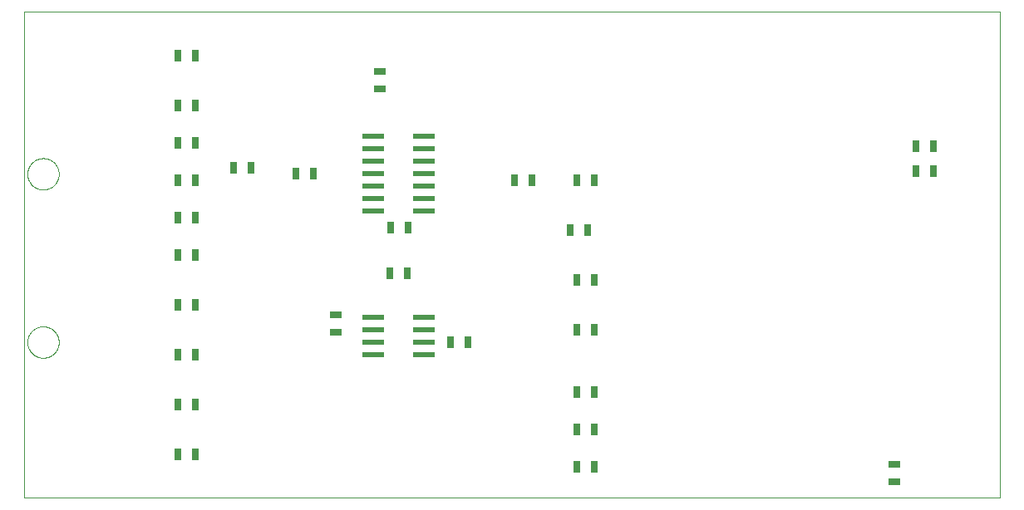
<source format=gbp>
G75*
%MOIN*%
%OFA0B0*%
%FSLAX25Y25*%
%IPPOS*%
%LPD*%
%AMOC8*
5,1,8,0,0,1.08239X$1,22.5*
%
%ADD10C,0.00000*%
%ADD11R,0.03150X0.04724*%
%ADD12R,0.04724X0.03150*%
%ADD13R,0.08661X0.02362*%
D10*
X0002660Y0001000D02*
X0002660Y0195961D01*
X0393861Y0195961D01*
X0393861Y0001000D01*
X0002660Y0001000D01*
X0003861Y0063500D02*
X0003863Y0063658D01*
X0003869Y0063816D01*
X0003879Y0063974D01*
X0003893Y0064132D01*
X0003911Y0064289D01*
X0003932Y0064446D01*
X0003958Y0064602D01*
X0003988Y0064758D01*
X0004021Y0064913D01*
X0004059Y0065066D01*
X0004100Y0065219D01*
X0004145Y0065371D01*
X0004194Y0065522D01*
X0004247Y0065671D01*
X0004303Y0065819D01*
X0004363Y0065965D01*
X0004427Y0066110D01*
X0004495Y0066253D01*
X0004566Y0066395D01*
X0004640Y0066535D01*
X0004718Y0066672D01*
X0004800Y0066808D01*
X0004884Y0066942D01*
X0004973Y0067073D01*
X0005064Y0067202D01*
X0005159Y0067329D01*
X0005256Y0067454D01*
X0005357Y0067576D01*
X0005461Y0067695D01*
X0005568Y0067812D01*
X0005678Y0067926D01*
X0005791Y0068037D01*
X0005906Y0068146D01*
X0006024Y0068251D01*
X0006145Y0068353D01*
X0006268Y0068453D01*
X0006394Y0068549D01*
X0006522Y0068642D01*
X0006652Y0068732D01*
X0006785Y0068818D01*
X0006920Y0068902D01*
X0007056Y0068981D01*
X0007195Y0069058D01*
X0007336Y0069130D01*
X0007478Y0069200D01*
X0007622Y0069265D01*
X0007768Y0069327D01*
X0007915Y0069385D01*
X0008064Y0069440D01*
X0008214Y0069491D01*
X0008365Y0069538D01*
X0008517Y0069581D01*
X0008670Y0069620D01*
X0008825Y0069656D01*
X0008980Y0069687D01*
X0009136Y0069715D01*
X0009292Y0069739D01*
X0009449Y0069759D01*
X0009607Y0069775D01*
X0009764Y0069787D01*
X0009923Y0069795D01*
X0010081Y0069799D01*
X0010239Y0069799D01*
X0010397Y0069795D01*
X0010556Y0069787D01*
X0010713Y0069775D01*
X0010871Y0069759D01*
X0011028Y0069739D01*
X0011184Y0069715D01*
X0011340Y0069687D01*
X0011495Y0069656D01*
X0011650Y0069620D01*
X0011803Y0069581D01*
X0011955Y0069538D01*
X0012106Y0069491D01*
X0012256Y0069440D01*
X0012405Y0069385D01*
X0012552Y0069327D01*
X0012698Y0069265D01*
X0012842Y0069200D01*
X0012984Y0069130D01*
X0013125Y0069058D01*
X0013264Y0068981D01*
X0013400Y0068902D01*
X0013535Y0068818D01*
X0013668Y0068732D01*
X0013798Y0068642D01*
X0013926Y0068549D01*
X0014052Y0068453D01*
X0014175Y0068353D01*
X0014296Y0068251D01*
X0014414Y0068146D01*
X0014529Y0068037D01*
X0014642Y0067926D01*
X0014752Y0067812D01*
X0014859Y0067695D01*
X0014963Y0067576D01*
X0015064Y0067454D01*
X0015161Y0067329D01*
X0015256Y0067202D01*
X0015347Y0067073D01*
X0015436Y0066942D01*
X0015520Y0066808D01*
X0015602Y0066672D01*
X0015680Y0066535D01*
X0015754Y0066395D01*
X0015825Y0066253D01*
X0015893Y0066110D01*
X0015957Y0065965D01*
X0016017Y0065819D01*
X0016073Y0065671D01*
X0016126Y0065522D01*
X0016175Y0065371D01*
X0016220Y0065219D01*
X0016261Y0065066D01*
X0016299Y0064913D01*
X0016332Y0064758D01*
X0016362Y0064602D01*
X0016388Y0064446D01*
X0016409Y0064289D01*
X0016427Y0064132D01*
X0016441Y0063974D01*
X0016451Y0063816D01*
X0016457Y0063658D01*
X0016459Y0063500D01*
X0016457Y0063342D01*
X0016451Y0063184D01*
X0016441Y0063026D01*
X0016427Y0062868D01*
X0016409Y0062711D01*
X0016388Y0062554D01*
X0016362Y0062398D01*
X0016332Y0062242D01*
X0016299Y0062087D01*
X0016261Y0061934D01*
X0016220Y0061781D01*
X0016175Y0061629D01*
X0016126Y0061478D01*
X0016073Y0061329D01*
X0016017Y0061181D01*
X0015957Y0061035D01*
X0015893Y0060890D01*
X0015825Y0060747D01*
X0015754Y0060605D01*
X0015680Y0060465D01*
X0015602Y0060328D01*
X0015520Y0060192D01*
X0015436Y0060058D01*
X0015347Y0059927D01*
X0015256Y0059798D01*
X0015161Y0059671D01*
X0015064Y0059546D01*
X0014963Y0059424D01*
X0014859Y0059305D01*
X0014752Y0059188D01*
X0014642Y0059074D01*
X0014529Y0058963D01*
X0014414Y0058854D01*
X0014296Y0058749D01*
X0014175Y0058647D01*
X0014052Y0058547D01*
X0013926Y0058451D01*
X0013798Y0058358D01*
X0013668Y0058268D01*
X0013535Y0058182D01*
X0013400Y0058098D01*
X0013264Y0058019D01*
X0013125Y0057942D01*
X0012984Y0057870D01*
X0012842Y0057800D01*
X0012698Y0057735D01*
X0012552Y0057673D01*
X0012405Y0057615D01*
X0012256Y0057560D01*
X0012106Y0057509D01*
X0011955Y0057462D01*
X0011803Y0057419D01*
X0011650Y0057380D01*
X0011495Y0057344D01*
X0011340Y0057313D01*
X0011184Y0057285D01*
X0011028Y0057261D01*
X0010871Y0057241D01*
X0010713Y0057225D01*
X0010556Y0057213D01*
X0010397Y0057205D01*
X0010239Y0057201D01*
X0010081Y0057201D01*
X0009923Y0057205D01*
X0009764Y0057213D01*
X0009607Y0057225D01*
X0009449Y0057241D01*
X0009292Y0057261D01*
X0009136Y0057285D01*
X0008980Y0057313D01*
X0008825Y0057344D01*
X0008670Y0057380D01*
X0008517Y0057419D01*
X0008365Y0057462D01*
X0008214Y0057509D01*
X0008064Y0057560D01*
X0007915Y0057615D01*
X0007768Y0057673D01*
X0007622Y0057735D01*
X0007478Y0057800D01*
X0007336Y0057870D01*
X0007195Y0057942D01*
X0007056Y0058019D01*
X0006920Y0058098D01*
X0006785Y0058182D01*
X0006652Y0058268D01*
X0006522Y0058358D01*
X0006394Y0058451D01*
X0006268Y0058547D01*
X0006145Y0058647D01*
X0006024Y0058749D01*
X0005906Y0058854D01*
X0005791Y0058963D01*
X0005678Y0059074D01*
X0005568Y0059188D01*
X0005461Y0059305D01*
X0005357Y0059424D01*
X0005256Y0059546D01*
X0005159Y0059671D01*
X0005064Y0059798D01*
X0004973Y0059927D01*
X0004884Y0060058D01*
X0004800Y0060192D01*
X0004718Y0060328D01*
X0004640Y0060465D01*
X0004566Y0060605D01*
X0004495Y0060747D01*
X0004427Y0060890D01*
X0004363Y0061035D01*
X0004303Y0061181D01*
X0004247Y0061329D01*
X0004194Y0061478D01*
X0004145Y0061629D01*
X0004100Y0061781D01*
X0004059Y0061934D01*
X0004021Y0062087D01*
X0003988Y0062242D01*
X0003958Y0062398D01*
X0003932Y0062554D01*
X0003911Y0062711D01*
X0003893Y0062868D01*
X0003879Y0063026D01*
X0003869Y0063184D01*
X0003863Y0063342D01*
X0003861Y0063500D01*
X0003861Y0131000D02*
X0003863Y0131158D01*
X0003869Y0131316D01*
X0003879Y0131474D01*
X0003893Y0131632D01*
X0003911Y0131789D01*
X0003932Y0131946D01*
X0003958Y0132102D01*
X0003988Y0132258D01*
X0004021Y0132413D01*
X0004059Y0132566D01*
X0004100Y0132719D01*
X0004145Y0132871D01*
X0004194Y0133022D01*
X0004247Y0133171D01*
X0004303Y0133319D01*
X0004363Y0133465D01*
X0004427Y0133610D01*
X0004495Y0133753D01*
X0004566Y0133895D01*
X0004640Y0134035D01*
X0004718Y0134172D01*
X0004800Y0134308D01*
X0004884Y0134442D01*
X0004973Y0134573D01*
X0005064Y0134702D01*
X0005159Y0134829D01*
X0005256Y0134954D01*
X0005357Y0135076D01*
X0005461Y0135195D01*
X0005568Y0135312D01*
X0005678Y0135426D01*
X0005791Y0135537D01*
X0005906Y0135646D01*
X0006024Y0135751D01*
X0006145Y0135853D01*
X0006268Y0135953D01*
X0006394Y0136049D01*
X0006522Y0136142D01*
X0006652Y0136232D01*
X0006785Y0136318D01*
X0006920Y0136402D01*
X0007056Y0136481D01*
X0007195Y0136558D01*
X0007336Y0136630D01*
X0007478Y0136700D01*
X0007622Y0136765D01*
X0007768Y0136827D01*
X0007915Y0136885D01*
X0008064Y0136940D01*
X0008214Y0136991D01*
X0008365Y0137038D01*
X0008517Y0137081D01*
X0008670Y0137120D01*
X0008825Y0137156D01*
X0008980Y0137187D01*
X0009136Y0137215D01*
X0009292Y0137239D01*
X0009449Y0137259D01*
X0009607Y0137275D01*
X0009764Y0137287D01*
X0009923Y0137295D01*
X0010081Y0137299D01*
X0010239Y0137299D01*
X0010397Y0137295D01*
X0010556Y0137287D01*
X0010713Y0137275D01*
X0010871Y0137259D01*
X0011028Y0137239D01*
X0011184Y0137215D01*
X0011340Y0137187D01*
X0011495Y0137156D01*
X0011650Y0137120D01*
X0011803Y0137081D01*
X0011955Y0137038D01*
X0012106Y0136991D01*
X0012256Y0136940D01*
X0012405Y0136885D01*
X0012552Y0136827D01*
X0012698Y0136765D01*
X0012842Y0136700D01*
X0012984Y0136630D01*
X0013125Y0136558D01*
X0013264Y0136481D01*
X0013400Y0136402D01*
X0013535Y0136318D01*
X0013668Y0136232D01*
X0013798Y0136142D01*
X0013926Y0136049D01*
X0014052Y0135953D01*
X0014175Y0135853D01*
X0014296Y0135751D01*
X0014414Y0135646D01*
X0014529Y0135537D01*
X0014642Y0135426D01*
X0014752Y0135312D01*
X0014859Y0135195D01*
X0014963Y0135076D01*
X0015064Y0134954D01*
X0015161Y0134829D01*
X0015256Y0134702D01*
X0015347Y0134573D01*
X0015436Y0134442D01*
X0015520Y0134308D01*
X0015602Y0134172D01*
X0015680Y0134035D01*
X0015754Y0133895D01*
X0015825Y0133753D01*
X0015893Y0133610D01*
X0015957Y0133465D01*
X0016017Y0133319D01*
X0016073Y0133171D01*
X0016126Y0133022D01*
X0016175Y0132871D01*
X0016220Y0132719D01*
X0016261Y0132566D01*
X0016299Y0132413D01*
X0016332Y0132258D01*
X0016362Y0132102D01*
X0016388Y0131946D01*
X0016409Y0131789D01*
X0016427Y0131632D01*
X0016441Y0131474D01*
X0016451Y0131316D01*
X0016457Y0131158D01*
X0016459Y0131000D01*
X0016457Y0130842D01*
X0016451Y0130684D01*
X0016441Y0130526D01*
X0016427Y0130368D01*
X0016409Y0130211D01*
X0016388Y0130054D01*
X0016362Y0129898D01*
X0016332Y0129742D01*
X0016299Y0129587D01*
X0016261Y0129434D01*
X0016220Y0129281D01*
X0016175Y0129129D01*
X0016126Y0128978D01*
X0016073Y0128829D01*
X0016017Y0128681D01*
X0015957Y0128535D01*
X0015893Y0128390D01*
X0015825Y0128247D01*
X0015754Y0128105D01*
X0015680Y0127965D01*
X0015602Y0127828D01*
X0015520Y0127692D01*
X0015436Y0127558D01*
X0015347Y0127427D01*
X0015256Y0127298D01*
X0015161Y0127171D01*
X0015064Y0127046D01*
X0014963Y0126924D01*
X0014859Y0126805D01*
X0014752Y0126688D01*
X0014642Y0126574D01*
X0014529Y0126463D01*
X0014414Y0126354D01*
X0014296Y0126249D01*
X0014175Y0126147D01*
X0014052Y0126047D01*
X0013926Y0125951D01*
X0013798Y0125858D01*
X0013668Y0125768D01*
X0013535Y0125682D01*
X0013400Y0125598D01*
X0013264Y0125519D01*
X0013125Y0125442D01*
X0012984Y0125370D01*
X0012842Y0125300D01*
X0012698Y0125235D01*
X0012552Y0125173D01*
X0012405Y0125115D01*
X0012256Y0125060D01*
X0012106Y0125009D01*
X0011955Y0124962D01*
X0011803Y0124919D01*
X0011650Y0124880D01*
X0011495Y0124844D01*
X0011340Y0124813D01*
X0011184Y0124785D01*
X0011028Y0124761D01*
X0010871Y0124741D01*
X0010713Y0124725D01*
X0010556Y0124713D01*
X0010397Y0124705D01*
X0010239Y0124701D01*
X0010081Y0124701D01*
X0009923Y0124705D01*
X0009764Y0124713D01*
X0009607Y0124725D01*
X0009449Y0124741D01*
X0009292Y0124761D01*
X0009136Y0124785D01*
X0008980Y0124813D01*
X0008825Y0124844D01*
X0008670Y0124880D01*
X0008517Y0124919D01*
X0008365Y0124962D01*
X0008214Y0125009D01*
X0008064Y0125060D01*
X0007915Y0125115D01*
X0007768Y0125173D01*
X0007622Y0125235D01*
X0007478Y0125300D01*
X0007336Y0125370D01*
X0007195Y0125442D01*
X0007056Y0125519D01*
X0006920Y0125598D01*
X0006785Y0125682D01*
X0006652Y0125768D01*
X0006522Y0125858D01*
X0006394Y0125951D01*
X0006268Y0126047D01*
X0006145Y0126147D01*
X0006024Y0126249D01*
X0005906Y0126354D01*
X0005791Y0126463D01*
X0005678Y0126574D01*
X0005568Y0126688D01*
X0005461Y0126805D01*
X0005357Y0126924D01*
X0005256Y0127046D01*
X0005159Y0127171D01*
X0005064Y0127298D01*
X0004973Y0127427D01*
X0004884Y0127558D01*
X0004800Y0127692D01*
X0004718Y0127828D01*
X0004640Y0127965D01*
X0004566Y0128105D01*
X0004495Y0128247D01*
X0004427Y0128390D01*
X0004363Y0128535D01*
X0004303Y0128681D01*
X0004247Y0128829D01*
X0004194Y0128978D01*
X0004145Y0129129D01*
X0004100Y0129281D01*
X0004059Y0129434D01*
X0004021Y0129587D01*
X0003988Y0129742D01*
X0003958Y0129898D01*
X0003932Y0130054D01*
X0003911Y0130211D01*
X0003893Y0130368D01*
X0003879Y0130526D01*
X0003869Y0130684D01*
X0003863Y0130842D01*
X0003861Y0131000D01*
D11*
X0064117Y0128500D03*
X0071203Y0128500D03*
X0086617Y0133500D03*
X0093703Y0133500D03*
X0111617Y0131000D03*
X0118703Y0131000D03*
X0149617Y0109500D03*
X0156703Y0109500D03*
X0156203Y0091000D03*
X0149117Y0091000D03*
X0173617Y0063500D03*
X0180703Y0063500D03*
X0224117Y0068500D03*
X0231203Y0068500D03*
X0231203Y0088500D03*
X0224117Y0088500D03*
X0221617Y0108500D03*
X0228703Y0108500D03*
X0231203Y0128500D03*
X0224117Y0128500D03*
X0206203Y0128500D03*
X0199117Y0128500D03*
X0071203Y0113500D03*
X0064117Y0113500D03*
X0064117Y0098500D03*
X0071203Y0098500D03*
X0071203Y0078500D03*
X0064117Y0078500D03*
X0064117Y0058500D03*
X0071203Y0058500D03*
X0071203Y0038500D03*
X0064117Y0038500D03*
X0064117Y0018500D03*
X0071203Y0018500D03*
X0224117Y0013500D03*
X0231203Y0013500D03*
X0231203Y0028500D03*
X0224117Y0028500D03*
X0224117Y0043500D03*
X0231203Y0043500D03*
X0360117Y0132000D03*
X0367203Y0132000D03*
X0367203Y0142000D03*
X0360117Y0142000D03*
X0071203Y0143500D03*
X0064117Y0143500D03*
X0064117Y0158500D03*
X0071203Y0158500D03*
X0071203Y0178500D03*
X0064117Y0178500D03*
D12*
X0145160Y0172043D03*
X0145160Y0164957D03*
X0127660Y0074543D03*
X0127660Y0067457D03*
X0351660Y0014543D03*
X0351660Y0007457D03*
D13*
X0162896Y0058500D03*
X0162896Y0063500D03*
X0162896Y0068500D03*
X0162896Y0073500D03*
X0142424Y0073500D03*
X0142424Y0068500D03*
X0142424Y0063500D03*
X0142424Y0058500D03*
X0142424Y0116000D03*
X0142424Y0121000D03*
X0142424Y0126000D03*
X0142424Y0131000D03*
X0142424Y0136000D03*
X0142424Y0141000D03*
X0142424Y0146000D03*
X0162896Y0146000D03*
X0162896Y0141000D03*
X0162896Y0136000D03*
X0162896Y0131000D03*
X0162896Y0126000D03*
X0162896Y0121000D03*
X0162896Y0116000D03*
M02*

</source>
